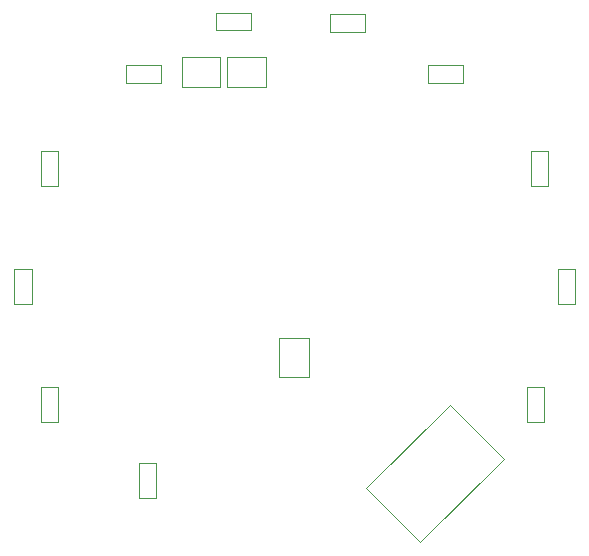
<source format=gbr>
%TF.GenerationSoftware,KiCad,Pcbnew,(5.1.10)-1*%
%TF.CreationDate,2022-02-14T20:34:47-05:00*%
%TF.ProjectId,CAN_Gauge,43414e5f-4761-4756-9765-2e6b69636164,rev?*%
%TF.SameCoordinates,Original*%
%TF.FileFunction,Other,User*%
%FSLAX46Y46*%
G04 Gerber Fmt 4.6, Leading zero omitted, Abs format (unit mm)*
G04 Created by KiCad (PCBNEW (5.1.10)-1) date 2022-02-14 20:34:47*
%MOMM*%
%LPD*%
G01*
G04 APERTURE LIST*
%ADD10C,0.050000*%
G04 APERTURE END LIST*
D10*
%TO.C,JP3*%
X127029200Y-75206400D02*
X123729200Y-75206400D01*
X127029200Y-75206400D02*
X127029200Y-77706400D01*
X123729200Y-77706400D02*
X123729200Y-75206400D01*
X123729200Y-77706400D02*
X127029200Y-77706400D01*
%TO.C,JP2*%
X127615400Y-77706400D02*
X130915400Y-77706400D01*
X127615400Y-77706400D02*
X127615400Y-75206400D01*
X130915400Y-75206400D02*
X130915400Y-77706400D01*
X130915400Y-75206400D02*
X127615400Y-75206400D01*
%TO.C,SW1*%
X143953763Y-116275231D02*
X139357569Y-111679037D01*
X146428637Y-104607969D02*
X151024831Y-109204163D01*
X151024831Y-109204163D02*
X143953763Y-116275231D01*
X146428637Y-104607969D02*
X139357569Y-111679037D01*
%TO.C,JP1*%
X131990500Y-98926000D02*
X131990500Y-102226000D01*
X131990500Y-98926000D02*
X134490500Y-98926000D01*
X134490500Y-102226000D02*
X131990500Y-102226000D01*
X134490500Y-102226000D02*
X134490500Y-98926000D01*
%TO.C,D11*%
X111849229Y-106046158D02*
X113309229Y-106046158D01*
X113309229Y-106046158D02*
X113309229Y-103086158D01*
X113309229Y-103086158D02*
X111849229Y-103086158D01*
X111849229Y-103086158D02*
X111849229Y-106046158D01*
%TO.C,D9*%
X111034000Y-93112000D02*
X109574000Y-93112000D01*
X109574000Y-93112000D02*
X109574000Y-96072000D01*
X109574000Y-96072000D02*
X111034000Y-96072000D01*
X111034000Y-96072000D02*
X111034000Y-93112000D01*
%TO.C,D8*%
X111849229Y-86097842D02*
X113309229Y-86097842D01*
X113309229Y-86097842D02*
X113309229Y-83137842D01*
X113309229Y-83137842D02*
X111849229Y-83137842D01*
X111849229Y-83137842D02*
X111849229Y-86097842D01*
%TO.C,D3*%
X154758771Y-83137842D02*
X153298771Y-83137842D01*
X153298771Y-83137842D02*
X153298771Y-86097842D01*
X153298771Y-86097842D02*
X154758771Y-86097842D01*
X154758771Y-86097842D02*
X154758771Y-83137842D01*
%TO.C,D1*%
X152957500Y-106105000D02*
X154417500Y-106105000D01*
X154417500Y-106105000D02*
X154417500Y-103145000D01*
X154417500Y-103145000D02*
X152957500Y-103145000D01*
X152957500Y-103145000D02*
X152957500Y-106105000D01*
%TO.C,D10*%
X120102600Y-112531200D02*
X121562600Y-112531200D01*
X121562600Y-112531200D02*
X121562600Y-109571200D01*
X121562600Y-109571200D02*
X120102600Y-109571200D01*
X120102600Y-109571200D02*
X120102600Y-112531200D01*
%TO.C,D7*%
X122020500Y-75887030D02*
X119060500Y-75887030D01*
X122020500Y-77347030D02*
X122020500Y-75887030D01*
X119060500Y-77347030D02*
X122020500Y-77347030D01*
X119060500Y-75887030D02*
X119060500Y-77347030D01*
%TO.C,D6*%
X126689248Y-71442493D02*
X126689248Y-72902493D01*
X126689248Y-72902493D02*
X129649248Y-72902493D01*
X129649248Y-72902493D02*
X129649248Y-71442493D01*
X129649248Y-71442493D02*
X126689248Y-71442493D01*
%TO.C,D4*%
X144587500Y-77351500D02*
X147547500Y-77351500D01*
X144587500Y-75891500D02*
X144587500Y-77351500D01*
X147547500Y-75891500D02*
X144587500Y-75891500D01*
X147547500Y-77351500D02*
X147547500Y-75891500D01*
%TO.C,D5*%
X139292500Y-71573500D02*
X136332500Y-71573500D01*
X139292500Y-73033500D02*
X139292500Y-71573500D01*
X136332500Y-73033500D02*
X139292500Y-73033500D01*
X136332500Y-71573500D02*
X136332500Y-73033500D01*
%TO.C,D2*%
X155574000Y-96072000D02*
X157034000Y-96072000D01*
X157034000Y-96072000D02*
X157034000Y-93112000D01*
X157034000Y-93112000D02*
X155574000Y-93112000D01*
X155574000Y-93112000D02*
X155574000Y-96072000D01*
%TD*%
M02*

</source>
